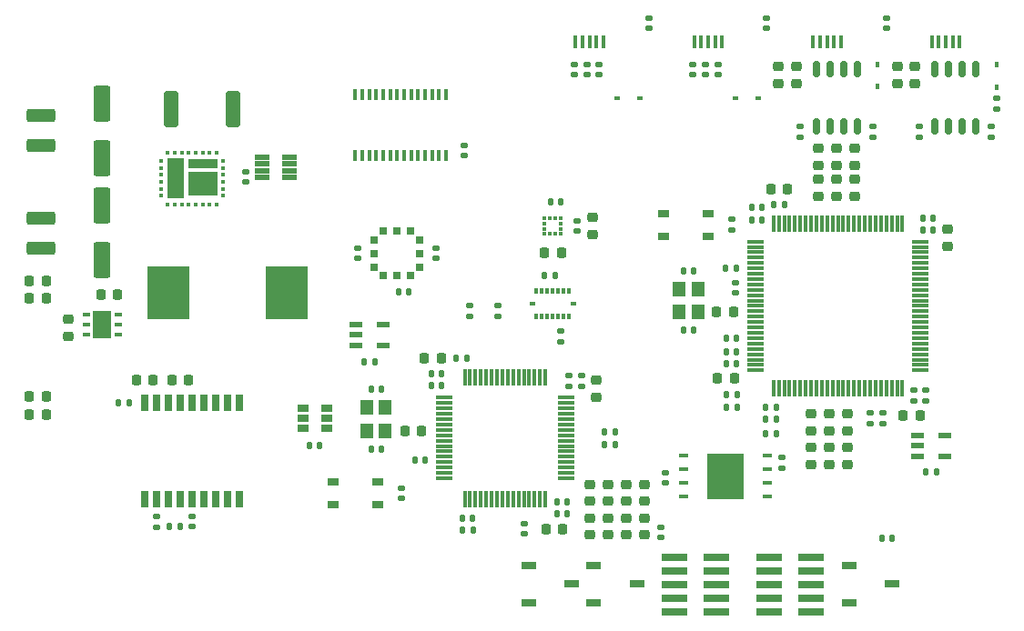
<source format=gtp>
G04 #@! TF.GenerationSoftware,KiCad,Pcbnew,8.0.5*
G04 #@! TF.CreationDate,2025-02-16T07:26:16+05:30*
G04 #@! TF.ProjectId,Hades,48616465-732e-46b6-9963-61645f706362,rev?*
G04 #@! TF.SameCoordinates,Original*
G04 #@! TF.FileFunction,Paste,Top*
G04 #@! TF.FilePolarity,Positive*
%FSLAX46Y46*%
G04 Gerber Fmt 4.6, Leading zero omitted, Abs format (unit mm)*
G04 Created by KiCad (PCBNEW 8.0.5) date 2025-02-16 07:26:16*
%MOMM*%
%LPD*%
G01*
G04 APERTURE LIST*
G04 Aperture macros list*
%AMRoundRect*
0 Rectangle with rounded corners*
0 $1 Rounding radius*
0 $2 $3 $4 $5 $6 $7 $8 $9 X,Y pos of 4 corners*
0 Add a 4 corners polygon primitive as box body*
4,1,4,$2,$3,$4,$5,$6,$7,$8,$9,$2,$3,0*
0 Add four circle primitives for the rounded corners*
1,1,$1+$1,$2,$3*
1,1,$1+$1,$4,$5*
1,1,$1+$1,$6,$7*
1,1,$1+$1,$8,$9*
0 Add four rect primitives between the rounded corners*
20,1,$1+$1,$2,$3,$4,$5,0*
20,1,$1+$1,$4,$5,$6,$7,0*
20,1,$1+$1,$6,$7,$8,$9,0*
20,1,$1+$1,$8,$9,$2,$3,0*%
G04 Aperture macros list end*
%ADD10RoundRect,0.147500X0.147500X0.172500X-0.147500X0.172500X-0.147500X-0.172500X0.147500X-0.172500X0*%
%ADD11RoundRect,0.075000X-0.725000X-0.075000X0.725000X-0.075000X0.725000X0.075000X-0.725000X0.075000X0*%
%ADD12RoundRect,0.075000X-0.075000X-0.725000X0.075000X-0.725000X0.075000X0.725000X-0.075000X0.725000X0*%
%ADD13RoundRect,0.147500X0.172500X-0.147500X0.172500X0.147500X-0.172500X0.147500X-0.172500X-0.147500X0*%
%ADD14RoundRect,0.147500X-0.172500X0.147500X-0.172500X-0.147500X0.172500X-0.147500X0.172500X0.147500X0*%
%ADD15RoundRect,0.250000X0.550000X-1.412500X0.550000X1.412500X-0.550000X1.412500X-0.550000X-1.412500X0*%
%ADD16RoundRect,0.250000X1.075000X-0.375000X1.075000X0.375000X-1.075000X0.375000X-1.075000X-0.375000X0*%
%ADD17RoundRect,0.218750X0.218750X0.256250X-0.218750X0.256250X-0.218750X-0.256250X0.218750X-0.256250X0*%
%ADD18RoundRect,0.218750X-0.256250X0.218750X-0.256250X-0.218750X0.256250X-0.218750X0.256250X0.218750X0*%
%ADD19RoundRect,0.218750X0.256250X-0.218750X0.256250X0.218750X-0.256250X0.218750X-0.256250X-0.218750X0*%
%ADD20RoundRect,0.218750X-0.218750X-0.256250X0.218750X-0.256250X0.218750X0.256250X-0.218750X0.256250X0*%
%ADD21RoundRect,0.147500X-0.147500X-0.172500X0.147500X-0.172500X0.147500X0.172500X-0.147500X0.172500X0*%
%ADD22R,0.600000X0.450000*%
%ADD23R,0.450000X0.600000*%
%ADD24R,1.200000X1.400000*%
%ADD25R,4.000000X4.900000*%
%ADD26RoundRect,0.250000X-0.425000X-1.425000X0.425000X-1.425000X0.425000X1.425000X-0.425000X1.425000X0*%
%ADD27R,0.800000X0.400000*%
%ADD28R,1.750000X2.500000*%
%ADD29R,1.050000X0.650000*%
%ADD30R,1.400000X0.800000*%
%ADD31R,2.400000X0.740000*%
%ADD32R,1.320800X0.508000*%
%ADD33R,0.400000X1.100000*%
%ADD34R,1.150000X0.600000*%
%ADD35R,0.350000X0.580000*%
%ADD36R,0.580000X0.350000*%
%ADD37R,1.060000X0.650000*%
%ADD38R,0.700000X0.650000*%
%ADD39R,0.650000X0.700000*%
%ADD40R,0.350000X0.300000*%
%ADD41R,0.300000X0.350000*%
%ADD42RoundRect,0.150000X-0.150000X0.625000X-0.150000X-0.625000X0.150000X-0.625000X0.150000X0.625000X0*%
%ADD43R,0.450000X1.300000*%
%ADD44R,0.300000X0.400000*%
%ADD45R,0.400000X0.300000*%
%ADD46R,2.830000X2.200000*%
%ADD47R,2.830000X0.900000*%
%ADD48R,1.600000X3.700000*%
%ADD49RoundRect,0.075000X-0.700000X-0.075000X0.700000X-0.075000X0.700000X0.075000X-0.700000X0.075000X0*%
%ADD50RoundRect,0.075000X-0.075000X-0.700000X0.075000X-0.700000X0.075000X0.700000X-0.075000X0.700000X0*%
%ADD51R,0.950000X0.450000*%
%ADD52R,3.450000X4.350000*%
%ADD53R,0.800000X1.500000*%
G04 APERTURE END LIST*
D10*
X92560000Y-58674000D03*
X91590000Y-58674000D03*
D11*
X94306000Y-49702200D03*
X94306000Y-50202200D03*
X94306000Y-50702200D03*
X94306000Y-51202200D03*
X94306000Y-51702200D03*
X94306000Y-52202200D03*
X94306000Y-52702200D03*
X94306000Y-53202200D03*
X94306000Y-53702200D03*
X94306000Y-54202200D03*
X94306000Y-54702200D03*
X94306000Y-55202200D03*
X94306000Y-55702200D03*
X94306000Y-56202200D03*
X94306000Y-56702200D03*
X94306000Y-57202200D03*
X94306000Y-57702200D03*
X94306000Y-58202200D03*
X94306000Y-58702200D03*
X94306000Y-59202200D03*
X94306000Y-59702200D03*
X94306000Y-60202200D03*
X94306000Y-60702200D03*
X94306000Y-61202200D03*
X94306000Y-61702200D03*
D12*
X95981000Y-63377200D03*
X96481000Y-63377200D03*
X96981000Y-63377200D03*
X97481000Y-63377200D03*
X97981000Y-63377200D03*
X98481000Y-63377200D03*
X98981000Y-63377200D03*
X99481000Y-63377200D03*
X99981000Y-63377200D03*
X100481000Y-63377200D03*
X100981000Y-63377200D03*
X101481000Y-63377200D03*
X101981000Y-63377200D03*
X102481000Y-63377200D03*
X102981000Y-63377200D03*
X103481000Y-63377200D03*
X103981000Y-63377200D03*
X104481000Y-63377200D03*
X104981000Y-63377200D03*
X105481000Y-63377200D03*
X105981000Y-63377200D03*
X106481000Y-63377200D03*
X106981000Y-63377200D03*
X107481000Y-63377200D03*
X107981000Y-63377200D03*
D11*
X109656000Y-61702200D03*
X109656000Y-61202200D03*
X109656000Y-60702200D03*
X109656000Y-60202200D03*
X109656000Y-59702200D03*
X109656000Y-59202200D03*
X109656000Y-58702200D03*
X109656000Y-58202200D03*
X109656000Y-57702200D03*
X109656000Y-57202200D03*
X109656000Y-56702200D03*
X109656000Y-56202200D03*
X109656000Y-55702200D03*
X109656000Y-55202200D03*
X109656000Y-54702200D03*
X109656000Y-54202200D03*
X109656000Y-53702200D03*
X109656000Y-53202200D03*
X109656000Y-52702200D03*
X109656000Y-52202200D03*
X109656000Y-51702200D03*
X109656000Y-51202200D03*
X109656000Y-50702200D03*
X109656000Y-50202200D03*
X109656000Y-49702200D03*
D12*
X107981000Y-48027200D03*
X107481000Y-48027200D03*
X106981000Y-48027200D03*
X106481000Y-48027200D03*
X105981000Y-48027200D03*
X105481000Y-48027200D03*
X104981000Y-48027200D03*
X104481000Y-48027200D03*
X103981000Y-48027200D03*
X103481000Y-48027200D03*
X102981000Y-48027200D03*
X102481000Y-48027200D03*
X101981000Y-48027200D03*
X101481000Y-48027200D03*
X100981000Y-48027200D03*
X100481000Y-48027200D03*
X99981000Y-48027200D03*
X99481000Y-48027200D03*
X98981000Y-48027200D03*
X98481000Y-48027200D03*
X97981000Y-48027200D03*
X97481000Y-48027200D03*
X96981000Y-48027200D03*
X96481000Y-48027200D03*
X95981000Y-48027200D03*
D13*
X106172000Y-66629000D03*
X106172000Y-65659000D03*
X72796400Y-76939000D03*
X72796400Y-75969000D03*
D14*
X67716400Y-55697400D03*
X67716400Y-56667400D03*
D15*
X33528000Y-41905000D03*
X33528000Y-36830000D03*
X33528000Y-51432500D03*
X33528000Y-46357500D03*
D16*
X27813000Y-50295000D03*
X27813000Y-47495000D03*
D13*
X46863000Y-44173000D03*
X46863000Y-43203000D03*
D17*
X34976000Y-54635400D03*
X33401000Y-54635400D03*
D18*
X30429200Y-56972000D03*
X30429200Y-58547000D03*
D19*
X112217200Y-50165000D03*
X112217200Y-48590000D03*
D20*
X95732500Y-44805600D03*
X97307500Y-44805600D03*
D21*
X96032600Y-46253400D03*
X97002600Y-46253400D03*
D10*
X92506800Y-52197000D03*
X91536800Y-52197000D03*
X96243000Y-65151000D03*
X95273000Y-65151000D03*
D14*
X109042200Y-63576200D03*
X109042200Y-64546200D03*
D21*
X109878000Y-48641000D03*
X110848000Y-48641000D03*
D10*
X94945200Y-47701200D03*
X93975200Y-47701200D03*
D13*
X92481400Y-54510800D03*
X92481400Y-53540800D03*
D10*
X96245400Y-66268600D03*
X95275400Y-66268600D03*
D14*
X110159800Y-63571400D03*
X110159800Y-64541400D03*
D10*
X94945200Y-46532800D03*
X93975200Y-46532800D03*
D17*
X92329000Y-62407800D03*
X90754000Y-62407800D03*
D14*
X92075000Y-47648000D03*
X92075000Y-48618000D03*
D21*
X87602200Y-52425600D03*
X88572200Y-52425600D03*
D10*
X88572200Y-57962800D03*
X87602200Y-57962800D03*
D13*
X67208400Y-41709200D03*
X67208400Y-40739200D03*
D10*
X111152800Y-71145400D03*
X110182800Y-71145400D03*
D21*
X95273000Y-67640200D03*
X96243000Y-67640200D03*
D20*
X74828400Y-76454000D03*
X76403400Y-76454000D03*
D19*
X79527400Y-64185800D03*
X79527400Y-62610800D03*
D17*
X65100200Y-60579000D03*
X63525200Y-60579000D03*
D21*
X66492400Y-60579000D03*
X67462400Y-60579000D03*
D13*
X76987400Y-63172200D03*
X76987400Y-62202200D03*
D10*
X68021200Y-75438000D03*
X67051200Y-75438000D03*
X65105000Y-62001400D03*
X64135000Y-62001400D03*
D13*
X78105000Y-63172200D03*
X78105000Y-62202200D03*
D21*
X75819000Y-75031600D03*
X76789000Y-75031600D03*
D10*
X68026000Y-76555600D03*
X67056000Y-76555600D03*
D14*
X61366400Y-72667000D03*
X61366400Y-73637000D03*
D21*
X58544600Y-63449200D03*
X59514600Y-63449200D03*
D10*
X59514600Y-69011800D03*
X58544600Y-69011800D03*
D14*
X76200000Y-58064400D03*
X76200000Y-59034400D03*
D21*
X74696600Y-52908200D03*
X75666600Y-52908200D03*
D10*
X53797200Y-68707000D03*
X52827200Y-68707000D03*
D13*
X64592200Y-51285000D03*
X64592200Y-50315000D03*
D14*
X57327800Y-50315000D03*
X57327800Y-51285000D03*
D20*
X74675800Y-50774600D03*
X76250800Y-50774600D03*
D10*
X76200000Y-45999400D03*
X75230000Y-45999400D03*
D14*
X77698600Y-47777400D03*
X77698600Y-48747400D03*
D18*
X79146400Y-47472500D03*
X79146400Y-49047500D03*
D10*
X58905000Y-60934600D03*
X57935000Y-60934600D03*
D20*
X40030400Y-62585600D03*
X41605400Y-62585600D03*
D13*
X98501200Y-39956600D03*
X98501200Y-38986600D03*
X105204260Y-39969160D03*
X105204260Y-38999160D03*
X109547660Y-39976780D03*
X109547660Y-39006780D03*
X116278660Y-39974240D03*
X116278660Y-39004240D03*
D22*
X83536500Y-36385500D03*
X81436500Y-36385500D03*
X94585500Y-36385500D03*
X92485500Y-36385500D03*
D23*
X105689400Y-35289200D03*
X105689400Y-33189200D03*
X116738400Y-35297800D03*
X116738400Y-33197800D03*
D10*
X92557600Y-59969400D03*
X91587600Y-59969400D03*
X63576200Y-70053200D03*
X62606200Y-70053200D03*
D14*
X84404200Y-28902800D03*
X84404200Y-29872800D03*
X95326200Y-28902800D03*
X95326200Y-29872800D03*
X106527600Y-28902800D03*
X106527600Y-29872800D03*
D13*
X116738400Y-37368200D03*
X116738400Y-36398200D03*
D24*
X87237200Y-54094200D03*
X87237200Y-56294200D03*
X88937200Y-56294200D03*
X88937200Y-54094200D03*
X58167800Y-65135400D03*
X58167800Y-67335400D03*
X59867800Y-67335400D03*
X59867800Y-65135400D03*
D25*
X50712000Y-54483000D03*
X39712000Y-54483000D03*
D10*
X40767000Y-76276200D03*
X39797000Y-76276200D03*
D20*
X26771400Y-53340000D03*
X28346400Y-53340000D03*
X26746000Y-64135000D03*
X28321000Y-64135000D03*
D19*
X99491800Y-67335600D03*
X99491800Y-65760600D03*
X101193600Y-67335600D03*
X101193600Y-65760600D03*
X102895400Y-67335600D03*
X102895400Y-65760600D03*
D18*
X103505000Y-43916400D03*
X103505000Y-45491400D03*
X101828600Y-43916500D03*
X101828600Y-45491500D03*
X100152200Y-43916500D03*
X100152200Y-45491500D03*
D19*
X78943200Y-73888800D03*
X78943200Y-72313800D03*
X83972400Y-73888600D03*
X83972400Y-72313600D03*
D18*
X96456500Y-33413500D03*
X96456500Y-34988500D03*
X107505500Y-33413500D03*
X107505500Y-34988500D03*
D26*
X39920000Y-37338000D03*
X45720000Y-37338000D03*
D17*
X28346500Y-54991000D03*
X26771500Y-54991000D03*
X28321000Y-65786000D03*
X26746000Y-65786000D03*
D19*
X101193600Y-70459700D03*
X101193600Y-68884700D03*
X102895400Y-70459800D03*
X102895400Y-68884800D03*
D18*
X103505000Y-41020800D03*
X103505000Y-42595800D03*
X100152200Y-41020900D03*
X100152200Y-42595900D03*
D17*
X92252800Y-56235600D03*
X90677800Y-56235600D03*
D14*
X70358000Y-55697400D03*
X70358000Y-56667400D03*
D10*
X81259400Y-67411600D03*
X80289400Y-67411600D03*
X81257000Y-68580000D03*
X80287000Y-68580000D03*
D17*
X63271400Y-67360800D03*
X61696400Y-67360800D03*
D19*
X78943200Y-77038300D03*
X78943200Y-75463300D03*
X80619600Y-77038300D03*
X80619600Y-75463300D03*
X82296000Y-77038300D03*
X82296000Y-75463300D03*
X83972400Y-77038300D03*
X83972400Y-75463300D03*
D10*
X62080000Y-54381400D03*
X61110000Y-54381400D03*
D21*
X35072600Y-64693800D03*
X36042600Y-64693800D03*
D13*
X41935400Y-76255600D03*
X41935400Y-75285600D03*
D21*
X91613000Y-63982600D03*
X92583000Y-63982600D03*
D13*
X78613000Y-34193200D03*
X78613000Y-33223200D03*
X89662000Y-34193200D03*
X89662000Y-33223200D03*
X90830400Y-34190800D03*
X90830400Y-33220800D03*
D18*
X98107500Y-33413500D03*
X98107500Y-34988500D03*
X109156500Y-33413500D03*
X109156500Y-34988500D03*
D27*
X32053400Y-56479400D03*
X32053400Y-57429400D03*
X32053400Y-58379400D03*
X35053400Y-58379400D03*
X35053400Y-57429400D03*
X35053400Y-56479400D03*
D28*
X33553400Y-57429400D03*
D29*
X85730800Y-47108800D03*
X89880800Y-47108800D03*
X85730800Y-49258800D03*
X89880800Y-49258800D03*
D30*
X79280000Y-79860200D03*
X79280000Y-83360200D03*
X83280000Y-81610200D03*
X73241400Y-79860200D03*
X73241400Y-83360200D03*
X77241400Y-81610200D03*
D29*
X55006600Y-72094200D03*
X59156600Y-72094200D03*
X55006600Y-74244200D03*
X59156600Y-74244200D03*
D31*
X95611400Y-79121000D03*
X99511400Y-79121000D03*
X95611400Y-80391000D03*
X99511400Y-80391000D03*
X95611400Y-81661000D03*
X99511400Y-81661000D03*
X95611400Y-82931000D03*
X99511400Y-82931000D03*
X95611400Y-84201000D03*
X99511400Y-84201000D03*
X86746800Y-79121000D03*
X90646800Y-79121000D03*
X86746800Y-80391000D03*
X90646800Y-80391000D03*
X86746800Y-81661000D03*
X90646800Y-81661000D03*
X86746800Y-82931000D03*
X90646800Y-82931000D03*
X86746800Y-84201000D03*
X90646800Y-84201000D03*
D32*
X48387000Y-41833800D03*
X48387000Y-42468800D03*
X48387000Y-43129200D03*
X48387000Y-43764200D03*
X50927000Y-43764200D03*
X50927000Y-43129200D03*
X50927000Y-42468800D03*
X50927000Y-41833800D03*
D33*
X65540600Y-36012000D03*
X64890600Y-36012000D03*
X64240600Y-36012000D03*
X63590600Y-36012000D03*
X62940600Y-36012000D03*
X62290600Y-36012000D03*
X61640600Y-36012000D03*
X60990600Y-36012000D03*
X60340600Y-36012000D03*
X59690600Y-36012000D03*
X59040600Y-36012000D03*
X58390600Y-36012000D03*
X57740600Y-36012000D03*
X57090600Y-36012000D03*
X57090600Y-41712000D03*
X57740600Y-41712000D03*
X58390600Y-41712000D03*
X59040600Y-41712000D03*
X59690600Y-41712000D03*
X60340600Y-41712000D03*
X60990600Y-41712000D03*
X61640600Y-41712000D03*
X62290600Y-41712000D03*
X62940600Y-41712000D03*
X63590600Y-41712000D03*
X64240600Y-41712000D03*
X64890600Y-41712000D03*
X65540600Y-41712000D03*
D34*
X109417800Y-67782400D03*
X109417800Y-68732400D03*
X109417800Y-69682400D03*
X111917800Y-69682400D03*
X111917800Y-67782400D03*
D35*
X73938000Y-54339000D03*
X74438000Y-54339000D03*
X74938000Y-54339000D03*
X75438000Y-54339000D03*
X75938000Y-54339000D03*
X76438000Y-54339000D03*
X76938000Y-54339000D03*
D36*
X77348000Y-55499000D03*
D35*
X76938000Y-56659000D03*
X76438000Y-56659000D03*
X75938000Y-56659000D03*
X75438000Y-56659000D03*
X74938000Y-56659000D03*
X74438000Y-56659000D03*
X73938000Y-56659000D03*
D36*
X73528000Y-55499000D03*
D37*
X52214600Y-65191600D03*
X52214600Y-66141600D03*
X52214600Y-67091600D03*
X54414600Y-67091600D03*
X54414600Y-66141600D03*
X54414600Y-65191600D03*
D38*
X59690000Y-48700000D03*
X60960000Y-48700000D03*
X62230000Y-48700000D03*
D39*
X63060000Y-49530000D03*
X63060000Y-50800000D03*
X63060000Y-52070000D03*
D38*
X62230000Y-52900000D03*
X60960000Y-52900000D03*
X59690000Y-52900000D03*
D39*
X58860000Y-52070000D03*
X58860000Y-50800000D03*
X58860000Y-49530000D03*
D40*
X74688000Y-47510000D03*
X74688000Y-48010000D03*
X74688000Y-48510000D03*
X74688000Y-49010000D03*
D41*
X75188000Y-49010000D03*
X75688000Y-49010000D03*
D40*
X76188000Y-49010000D03*
X76188000Y-48510000D03*
X76188000Y-48010000D03*
X76188000Y-47510000D03*
D41*
X75688000Y-47510000D03*
X75188000Y-47510000D03*
D34*
X57170000Y-57444600D03*
X57170000Y-58394600D03*
X57170000Y-59344600D03*
X59670000Y-59344600D03*
X59670000Y-57444600D03*
D42*
X103759000Y-33647000D03*
X102489000Y-33647000D03*
X101219000Y-33647000D03*
X99949000Y-33647000D03*
X99949000Y-38997000D03*
X101219000Y-38997000D03*
X102489000Y-38997000D03*
X103759000Y-38997000D03*
X114808000Y-33655000D03*
X113538000Y-33655000D03*
X112268000Y-33655000D03*
X110998000Y-33655000D03*
X110998000Y-39005000D03*
X112268000Y-39005000D03*
X113538000Y-39005000D03*
X114808000Y-39005000D03*
D43*
X80167000Y-31110000D03*
X79517000Y-31110000D03*
X78867000Y-31110000D03*
X78217000Y-31110000D03*
X77567000Y-31110000D03*
X102265000Y-31110000D03*
X101615000Y-31110000D03*
X100965000Y-31110000D03*
X100315000Y-31110000D03*
X99665000Y-31110000D03*
X113314000Y-31110000D03*
X112664000Y-31110000D03*
X112014000Y-31110000D03*
X111364000Y-31110000D03*
X110714000Y-31110000D03*
D16*
X27813000Y-40773000D03*
X27813000Y-37973000D03*
D44*
X39636000Y-46223000D03*
X40286000Y-46223000D03*
X40936000Y-46223000D03*
X41586000Y-46223000D03*
X42236000Y-46223000D03*
X42886000Y-46223000D03*
X43536000Y-46223000D03*
X44186000Y-46223000D03*
D45*
X44811000Y-45448000D03*
X44811000Y-44798000D03*
X44811000Y-44148000D03*
X44811000Y-43498000D03*
X44811000Y-42848000D03*
X44811000Y-42198000D03*
D44*
X44186000Y-41423000D03*
X43536000Y-41423000D03*
X42886000Y-41423000D03*
X42236000Y-41423000D03*
X41586000Y-41423000D03*
X40936000Y-41423000D03*
X40286000Y-41423000D03*
X39636000Y-41423000D03*
D45*
X39011000Y-42198000D03*
X39011000Y-42848000D03*
X39011000Y-43498000D03*
X39011000Y-44148000D03*
X39011000Y-44798000D03*
X39011000Y-45448000D03*
D46*
X42926000Y-44323000D03*
D47*
X42926000Y-42423000D03*
D48*
X40361000Y-43823000D03*
D43*
X91216000Y-31110000D03*
X90566000Y-31110000D03*
X89916000Y-31110000D03*
X89266000Y-31110000D03*
X88616000Y-31110000D03*
D13*
X38633400Y-76281000D03*
X38633400Y-75311000D03*
D49*
X65343400Y-64245800D03*
X65343400Y-64745800D03*
X65343400Y-65245800D03*
X65343400Y-65745800D03*
X65343400Y-66245800D03*
X65343400Y-66745800D03*
X65343400Y-67245800D03*
X65343400Y-67745800D03*
X65343400Y-68245800D03*
X65343400Y-68745800D03*
X65343400Y-69245800D03*
X65343400Y-69745800D03*
X65343400Y-70245800D03*
X65343400Y-70745800D03*
X65343400Y-71245800D03*
X65343400Y-71745800D03*
D50*
X67268400Y-73670800D03*
X67768400Y-73670800D03*
X68268400Y-73670800D03*
X68768400Y-73670800D03*
X69268400Y-73670800D03*
X69768400Y-73670800D03*
X70268400Y-73670800D03*
X70768400Y-73670800D03*
X71268400Y-73670800D03*
X71768400Y-73670800D03*
X72268400Y-73670800D03*
X72768400Y-73670800D03*
X73268400Y-73670800D03*
X73768400Y-73670800D03*
X74268400Y-73670800D03*
X74768400Y-73670800D03*
D49*
X76693400Y-71745800D03*
X76693400Y-71245800D03*
X76693400Y-70745800D03*
X76693400Y-70245800D03*
X76693400Y-69745800D03*
X76693400Y-69245800D03*
X76693400Y-68745800D03*
X76693400Y-68245800D03*
X76693400Y-67745800D03*
X76693400Y-67245800D03*
X76693400Y-66745800D03*
X76693400Y-66245800D03*
X76693400Y-65745800D03*
X76693400Y-65245800D03*
X76693400Y-64745800D03*
X76693400Y-64245800D03*
D50*
X74768400Y-62320800D03*
X74268400Y-62320800D03*
X73768400Y-62320800D03*
X73268400Y-62320800D03*
X72768400Y-62320800D03*
X72268400Y-62320800D03*
X71768400Y-62320800D03*
X71268400Y-62320800D03*
X70768400Y-62320800D03*
X70268400Y-62320800D03*
X69768400Y-62320800D03*
X69268400Y-62320800D03*
X68768400Y-62320800D03*
X68268400Y-62320800D03*
X67768400Y-62320800D03*
X67268400Y-62320800D03*
D20*
X108026000Y-65913000D03*
X109601000Y-65913000D03*
D13*
X85471000Y-77269200D03*
X85471000Y-76299200D03*
D51*
X87616200Y-69672200D03*
X87616200Y-70942200D03*
X87616200Y-72212200D03*
X87616200Y-73482200D03*
X95416200Y-73482200D03*
X95416200Y-72212200D03*
X95416200Y-70942200D03*
X95416200Y-69672200D03*
D52*
X91516200Y-71577200D03*
D14*
X85928200Y-71242200D03*
X85928200Y-72212200D03*
D19*
X99491800Y-70459700D03*
X99491800Y-68884700D03*
D14*
X96774000Y-69822200D03*
X96774000Y-70792200D03*
D53*
X46333400Y-64685400D03*
X45233400Y-64685400D03*
X44133400Y-64685400D03*
X43033400Y-64685400D03*
X41933400Y-64685400D03*
X40833400Y-64685400D03*
X39733400Y-64685400D03*
X38633400Y-64685400D03*
X37533400Y-64685400D03*
X37533400Y-73685400D03*
X38633400Y-73685400D03*
X39733400Y-73685400D03*
X40833400Y-73685400D03*
X41933400Y-73685400D03*
X43033400Y-73685400D03*
X44133400Y-73685400D03*
X45233400Y-73685400D03*
X46333400Y-73685400D03*
D30*
X103003600Y-79860200D03*
X103003600Y-83360200D03*
X107003600Y-81610200D03*
D10*
X107010200Y-77343000D03*
X106040200Y-77343000D03*
D17*
X38303300Y-62585600D03*
X36728300Y-62585600D03*
D13*
X79781400Y-34193200D03*
X79781400Y-33223200D03*
X77444600Y-34193200D03*
X77444600Y-33223200D03*
D21*
X91615400Y-65125600D03*
X92585400Y-65125600D03*
X109878000Y-47548800D03*
X110848000Y-47548800D03*
D13*
X88493600Y-34190800D03*
X88493600Y-33220800D03*
D10*
X65105000Y-63119000D03*
X64135000Y-63119000D03*
D18*
X101828600Y-41020900D03*
X101828600Y-42595900D03*
D10*
X92560000Y-61061600D03*
X91590000Y-61061600D03*
D13*
X105003600Y-66629000D03*
X105003600Y-65659000D03*
D21*
X75819000Y-73914000D03*
X76789000Y-73914000D03*
D19*
X82296000Y-73888800D03*
X82296000Y-72313800D03*
X80619600Y-73888700D03*
X80619600Y-72313700D03*
M02*

</source>
